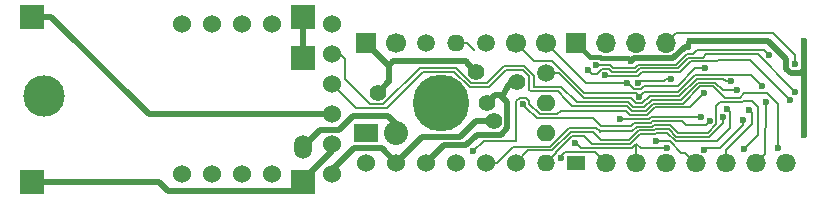
<source format=gbr>
G04 #@! TF.FileFunction,Copper,L2,Bot,Signal*
%FSLAX46Y46*%
G04 Gerber Fmt 4.6, Leading zero omitted, Abs format (unit mm)*
G04 Created by KiCad (PCBNEW 4.0.2+dfsg1-stable) date 2018年07月27日 19時18分06秒*
%MOMM*%
G01*
G04 APERTURE LIST*
%ADD10C,0.100000*%
%ADD11C,1.524000*%
%ADD12R,1.700000X1.700000*%
%ADD13O,1.700000X1.700000*%
%ADD14O,1.500000X1.400000*%
%ADD15R,2.032000X1.600000*%
%ADD16O,2.032000X2.032000*%
%ADD17O,1.600000X1.400000*%
%ADD18C,1.500000*%
%ADD19C,4.800000*%
%ADD20O,1.500000X2.000000*%
%ADD21R,2.000000X2.000000*%
%ADD22C,3.500120*%
%ADD23O,1.700000X1.500000*%
%ADD24R,1.500000X1.300000*%
%ADD25C,1.700000*%
%ADD26C,0.600000*%
%ADD27C,1.399540*%
%ADD28C,0.508000*%
%ADD29C,0.381000*%
%ADD30C,0.203200*%
%ADD31C,0.127000*%
G04 APERTURE END LIST*
D10*
D11*
X50535800Y-88534600D03*
X50535800Y-85994600D03*
X50535800Y-83454600D03*
X50535800Y-80914600D03*
X50535800Y-78374600D03*
X50535800Y-75834600D03*
X45455800Y-75834600D03*
X42915800Y-75834600D03*
X40375800Y-75834600D03*
X37835800Y-75834600D03*
X37835800Y-88534600D03*
X40375800Y-88534600D03*
X42915800Y-88534600D03*
X45455800Y-88534600D03*
D12*
X71160600Y-77434800D03*
D13*
X73700600Y-77434800D03*
X76240600Y-77434800D03*
X78780600Y-77434800D03*
D11*
X63540600Y-87554800D03*
X66080600Y-87554800D03*
X61000600Y-87554800D03*
X58460600Y-87554800D03*
X55920600Y-87554800D03*
X53380600Y-87554800D03*
D14*
X68620600Y-87554800D03*
D15*
X53380600Y-85054800D03*
D16*
X55920600Y-85054800D03*
D17*
X68620600Y-82514800D03*
X68620600Y-85054800D03*
D18*
X68620600Y-79974800D03*
D19*
X59730600Y-82514800D03*
D20*
X48053100Y-86197300D03*
D21*
X48053100Y-78697300D03*
X48053100Y-75197300D03*
X48053100Y-89197300D03*
X25053100Y-89197300D03*
X25053100Y-75197300D03*
D22*
X26075600Y-81879800D03*
D23*
X88940600Y-87594800D03*
X83860600Y-87594800D03*
X86400600Y-87594800D03*
X81320600Y-87594800D03*
X76240600Y-87594800D03*
X78780600Y-87594800D03*
X73700600Y-87594800D03*
D24*
X71160600Y-87594800D03*
D25*
X66080600Y-77434800D03*
X68620600Y-77434800D03*
D18*
X63540600Y-77434800D03*
X58460600Y-77434800D03*
D14*
X61000600Y-77434800D03*
D25*
X55920600Y-77434800D03*
D12*
X53380600Y-77434800D03*
D26*
X75836461Y-78989047D03*
X82006400Y-86451800D03*
D27*
X63614037Y-82529228D03*
X66149184Y-80765883D03*
X62706287Y-79878300D03*
D26*
X85271090Y-83967039D03*
D27*
X54371200Y-81651200D03*
D26*
X90439200Y-85207200D03*
X90435600Y-77244800D03*
X80787200Y-77231600D03*
D27*
X64180699Y-84025042D03*
D26*
X81713838Y-83717779D03*
X74894400Y-83886400D03*
X69890600Y-87163000D03*
X78883928Y-86344801D03*
X71104145Y-85862880D03*
X72856074Y-79310689D03*
X87494919Y-78432574D03*
X89684799Y-79249728D03*
X72180178Y-79738688D03*
X89685180Y-81548787D03*
X82458185Y-84044797D03*
X66650345Y-82613157D03*
X76514317Y-81981140D03*
X86927167Y-81107964D03*
X84277885Y-80687531D03*
X83906576Y-82984682D03*
X83582178Y-83715972D03*
X81982483Y-81668564D03*
X62470062Y-86556682D03*
X85384600Y-86388300D03*
D27*
X59835600Y-83244800D03*
D26*
X75484322Y-80797740D03*
X82082600Y-79560491D03*
X77907740Y-85722876D03*
X76367600Y-80795821D03*
X79212400Y-80473854D03*
X85765600Y-83086300D03*
X87226100Y-82451300D03*
X88242100Y-86324800D03*
X84779720Y-81435300D03*
X89247065Y-82218171D03*
X73636403Y-80161279D03*
D28*
X76086707Y-78738801D02*
X75836461Y-78989047D01*
X79406521Y-78738801D02*
X76086707Y-78738801D01*
D29*
X73187515Y-78620188D02*
X73242628Y-78675301D01*
X73242628Y-78675301D02*
X75522715Y-78675301D01*
X71160600Y-77434800D02*
X72345988Y-78620188D01*
X75522715Y-78675301D02*
X75536462Y-78689048D01*
X75536462Y-78689048D02*
X75836461Y-78989047D01*
X72345988Y-78620188D02*
X73187515Y-78620188D01*
D28*
X80634800Y-77790400D02*
X80354922Y-77790400D01*
X80354922Y-77790400D02*
X79406521Y-78738801D01*
D30*
X81801333Y-86319953D02*
X82006400Y-86451800D01*
X83342440Y-86319953D02*
X81801333Y-86319953D01*
X85271090Y-83967039D02*
X85271090Y-84391303D01*
X85271090Y-84391303D02*
X83342440Y-86319953D01*
D28*
X59938587Y-86076813D02*
X61840321Y-86076813D01*
X62730099Y-85187035D02*
X64802943Y-85187035D01*
X61840321Y-86076813D02*
X62730099Y-85187035D01*
X65334489Y-82464407D02*
X64862241Y-81992159D01*
X64862241Y-81992159D02*
X64699541Y-81829459D01*
X64802943Y-85187035D02*
X65334489Y-84655489D01*
X64699541Y-81829459D02*
X64313806Y-81829459D01*
X64313806Y-81829459D02*
X63614037Y-82529228D01*
X58460600Y-87554800D02*
X59938587Y-86076813D01*
X65334489Y-84655489D02*
X65334489Y-82464407D01*
X65357995Y-81042200D02*
X65634312Y-80765883D01*
X65634312Y-80765883D02*
X66149184Y-80765883D01*
X62006518Y-79178531D02*
X62706287Y-79878300D01*
X55630999Y-78994401D02*
X61822388Y-78994401D01*
X55285600Y-79339800D02*
X55630999Y-78994401D01*
X61822388Y-78994401D02*
X62006518Y-79178531D01*
X65357995Y-81042200D02*
X64862241Y-81992159D01*
X53380600Y-77434800D02*
X55285600Y-79339800D01*
X55336400Y-80686000D02*
X54371200Y-81651200D01*
X55285600Y-80736800D02*
X55336400Y-80686000D01*
X55285600Y-79339800D02*
X55285600Y-80736800D01*
X65626268Y-80773927D02*
X65357995Y-81042200D01*
X48053100Y-89197300D02*
X48053100Y-89036100D01*
X48053100Y-89036100D02*
X50523100Y-86566100D01*
X50523100Y-86566100D02*
X50523100Y-86007300D01*
X88930797Y-79611650D02*
X89327245Y-80008098D01*
X90135882Y-80008098D02*
X90439200Y-79704780D01*
X80787200Y-77231600D02*
X87375097Y-77231600D01*
X90439200Y-79704780D02*
X90439200Y-77638000D01*
X90439200Y-77638000D02*
X90439200Y-77248400D01*
X88930797Y-78787300D02*
X88930797Y-79611650D01*
X89327245Y-80008098D02*
X90135882Y-80008098D01*
X87375097Y-77231600D02*
X88930797Y-78787300D01*
X90439200Y-77638000D02*
X90439200Y-85207200D01*
X90439200Y-77248400D02*
X90435600Y-77244800D01*
D29*
X80787200Y-77231600D02*
X80787200Y-77183990D01*
X80787200Y-77183990D02*
X80634800Y-77336390D01*
X80634800Y-77336390D02*
X80634800Y-77790400D01*
D28*
X25053100Y-89197300D02*
X34584600Y-89197300D01*
X34584600Y-89197300D02*
X35831500Y-89197300D01*
X35831500Y-89197300D02*
X36616600Y-89982400D01*
X36616600Y-89982400D02*
X47268000Y-89982400D01*
X47268000Y-89982400D02*
X48053100Y-89197300D01*
X62692400Y-84025042D02*
X63191075Y-84025042D01*
X61348641Y-85368801D02*
X62692400Y-84025042D01*
X58106599Y-85368801D02*
X61348641Y-85368801D01*
X55920600Y-87554800D02*
X58106599Y-85368801D01*
X63191075Y-84025042D02*
X64180699Y-84025042D01*
X50523100Y-88547300D02*
X50523100Y-88166300D01*
X50523100Y-88166300D02*
X52364600Y-86324800D01*
X52364600Y-86324800D02*
X54690600Y-86324800D01*
X54690600Y-86324800D02*
X55920600Y-87554800D01*
D31*
X77326607Y-83852686D02*
X77461514Y-83717779D01*
X81289574Y-83717779D02*
X81713838Y-83717779D01*
X77461514Y-83717779D02*
X81289574Y-83717779D01*
X75318664Y-83886400D02*
X75352378Y-83852686D01*
X75352378Y-83852686D02*
X77326607Y-83852686D01*
X74894400Y-83886400D02*
X75318664Y-83886400D01*
X69890600Y-87163000D02*
X69890600Y-86959800D01*
X72760800Y-86655000D02*
X73700600Y-87594800D01*
X70195400Y-86655000D02*
X72760800Y-86655000D01*
X69890600Y-86959800D02*
X70195400Y-86655000D01*
X73700600Y-87594800D02*
X73700600Y-87442400D01*
X78459664Y-86344801D02*
X78883928Y-86344801D01*
X76266000Y-85966011D02*
X76644790Y-86344801D01*
X76644790Y-86344801D02*
X78459664Y-86344801D01*
X76266000Y-85966011D02*
X75892297Y-86339714D01*
X71404144Y-86162879D02*
X71104145Y-85862880D01*
X71560796Y-86319531D02*
X71404144Y-86162879D01*
X74084820Y-86319531D02*
X71560796Y-86319531D01*
X75892297Y-86339714D02*
X74105003Y-86339714D01*
X74105003Y-86339714D02*
X74084820Y-86319531D01*
X76240600Y-87594800D02*
X76240600Y-85966011D01*
X76266000Y-85969200D02*
X76266000Y-85966011D01*
X76243789Y-85969200D02*
X76266000Y-85969200D01*
X76240600Y-85966011D02*
X76243789Y-85969200D01*
X76240600Y-87594800D02*
X76240600Y-87442400D01*
D28*
X48053100Y-78697300D02*
X48053100Y-75197300D01*
D31*
X79620881Y-79256312D02*
X76435299Y-79256312D01*
X81377812Y-78022190D02*
X81060573Y-78339429D01*
X87494919Y-78432574D02*
X87084535Y-78022190D01*
X80537763Y-78339429D02*
X79620881Y-79256312D01*
X81060573Y-78339429D02*
X80537763Y-78339429D01*
X72895996Y-79270767D02*
X72856074Y-79310689D01*
X74042336Y-79270767D02*
X72895996Y-79270767D01*
X74324136Y-79552567D02*
X74042336Y-79270767D01*
X76139044Y-79552567D02*
X74324136Y-79552567D01*
X76435299Y-79256312D02*
X76139044Y-79552567D01*
X87084535Y-78022190D02*
X81377812Y-78022190D01*
X78780600Y-77434800D02*
X79630599Y-76584801D01*
X89684799Y-78825464D02*
X89684799Y-79249728D01*
X89684799Y-78420158D02*
X89684799Y-78825464D01*
X87849442Y-76584801D02*
X89684799Y-78420158D01*
X79630599Y-76584801D02*
X87849442Y-76584801D01*
X79756333Y-79583323D02*
X76570751Y-79583323D01*
X76570751Y-79583323D02*
X76274496Y-79879578D01*
X76274496Y-79879578D02*
X74188684Y-79879578D01*
X82196900Y-78387300D02*
X81917760Y-78666440D01*
X72925013Y-80038687D02*
X72480177Y-80038687D01*
X72480177Y-80038687D02*
X72180178Y-79738688D01*
X73365922Y-79597778D02*
X72925013Y-80038687D01*
X73906884Y-79597778D02*
X73365922Y-79597778D01*
X74188684Y-79879578D02*
X73906884Y-79597778D01*
X80673216Y-78666440D02*
X79756333Y-79583323D01*
X81917760Y-78666440D02*
X80673216Y-78666440D01*
X61000600Y-77434800D02*
X61937202Y-77434800D01*
X62524600Y-78022198D02*
X62550000Y-78022198D01*
X61937202Y-77434800D02*
X62524600Y-78022198D01*
D30*
X86523693Y-78387300D02*
X89385181Y-81248788D01*
X89385181Y-81248788D02*
X89685180Y-81548787D01*
X82196900Y-78387300D02*
X86523693Y-78387300D01*
D31*
X67842509Y-83805321D02*
X66950344Y-82913156D01*
X77462059Y-84179697D02*
X76104966Y-84179697D01*
X66950344Y-82913156D02*
X66650345Y-82613157D01*
X72578121Y-83805321D02*
X67842509Y-83805321D01*
X75803988Y-84480675D02*
X73253475Y-84480675D01*
X76104966Y-84179697D02*
X75803988Y-84480675D01*
X77580745Y-84061011D02*
X77462059Y-84179697D01*
X80123611Y-84061011D02*
X77580745Y-84061011D01*
X80457000Y-84394400D02*
X80123611Y-84061011D01*
X73253475Y-84480675D02*
X72578121Y-83805321D01*
X82158186Y-84344796D02*
X82458185Y-84044797D01*
X82108582Y-84394400D02*
X82158186Y-84344796D01*
X80457000Y-84394400D02*
X82108582Y-84394400D01*
X80457000Y-84394400D02*
X80457002Y-84394400D01*
X71855254Y-81686334D02*
X76219511Y-81686334D01*
X76814316Y-81681141D02*
X76514317Y-81981140D01*
X79800332Y-81551131D02*
X76944326Y-81551131D01*
X81227452Y-80124011D02*
X79800332Y-81551131D01*
X69127720Y-78958800D02*
X71855254Y-81686334D01*
X86927167Y-81107964D02*
X85943214Y-80124011D01*
X67604600Y-78958800D02*
X69127720Y-78958800D01*
X85943214Y-80124011D02*
X81227452Y-80124011D01*
X76219511Y-81686334D02*
X76514317Y-81981140D01*
X76944326Y-81551131D02*
X76814316Y-81681141D01*
X66080600Y-77434800D02*
X67604600Y-78958800D01*
X79915105Y-81898821D02*
X81362904Y-80451022D01*
X83617112Y-80451022D02*
X83853621Y-80687531D01*
X81362904Y-80451022D02*
X83617112Y-80451022D01*
X77394124Y-81898821D02*
X79915105Y-81898821D01*
X76748303Y-82544642D02*
X77394124Y-81898821D01*
X76243835Y-82544642D02*
X76748303Y-82544642D01*
X75813826Y-82114633D02*
X76243835Y-82544642D01*
X71821093Y-82114633D02*
X75813826Y-82114633D01*
X68620600Y-79974800D02*
X69681260Y-79974800D01*
X69681260Y-79974800D02*
X71821093Y-82114633D01*
X83853621Y-80687531D02*
X84277885Y-80687531D01*
D30*
X68620600Y-79974800D02*
X69382600Y-79974800D01*
D31*
X78863764Y-85042044D02*
X79578153Y-85756433D01*
X77987101Y-85042044D02*
X78863764Y-85042044D01*
X68620600Y-87554800D02*
X68670600Y-87554800D01*
X84206575Y-84643151D02*
X84206575Y-83284681D01*
X79578153Y-85756433D02*
X83093293Y-85756433D01*
X77868415Y-85160730D02*
X77987101Y-85042044D01*
X72539543Y-85992521D02*
X75751630Y-85992521D01*
X71846400Y-85299378D02*
X72539543Y-85992521D01*
X70850349Y-85299378D02*
X71846400Y-85299378D01*
X69497600Y-86727800D02*
X69497600Y-86652127D01*
X75751630Y-85992521D02*
X76583421Y-85160730D01*
X76583421Y-85160730D02*
X77868415Y-85160730D01*
X68670600Y-87554800D02*
X69497600Y-86727800D01*
X84206575Y-83284681D02*
X83906576Y-82984682D01*
X83093293Y-85756433D02*
X84206575Y-84643151D01*
X69497600Y-86652127D02*
X70850349Y-85299378D01*
X76447969Y-84833719D02*
X77732963Y-84833719D01*
X83582178Y-84217251D02*
X83582178Y-84140236D01*
X70714897Y-84972367D02*
X72617956Y-84972367D01*
X75616177Y-85665510D02*
X76447969Y-84833719D01*
X66080600Y-87554800D02*
X67107400Y-86528000D01*
X77851649Y-84715033D02*
X78999215Y-84715033D01*
X69159263Y-86528000D02*
X70714897Y-84972367D01*
X82427687Y-85371742D02*
X83582178Y-84217251D01*
X67107400Y-86528000D02*
X69159263Y-86528000D01*
X83582178Y-84140236D02*
X83582178Y-83715972D01*
X72617956Y-84972367D02*
X73311099Y-85665510D01*
X73311099Y-85665510D02*
X75616177Y-85665510D01*
X79655924Y-85371742D02*
X82427687Y-85371742D01*
X77732963Y-84833719D02*
X77851649Y-84715033D01*
X78999215Y-84715033D02*
X79655924Y-85371742D01*
X66086825Y-82361870D02*
X66086825Y-85704546D01*
X80771194Y-82879853D02*
X77836976Y-82879854D01*
X81982483Y-81668564D02*
X80771194Y-82879853D01*
X66399039Y-82049656D02*
X66086825Y-82361870D01*
X67213846Y-82577520D02*
X67213846Y-82342676D01*
X69853147Y-83207324D02*
X69582161Y-83478310D01*
X63322198Y-85704546D02*
X62470062Y-86556682D01*
X66086825Y-85704546D02*
X63322198Y-85704546D01*
X67213846Y-82342676D02*
X66920826Y-82049656D01*
X75416632Y-83207324D02*
X69853147Y-83207324D01*
X77836976Y-82879854D02*
X77191155Y-83525675D01*
X77191155Y-83525675D02*
X75734983Y-83525675D01*
X69582161Y-83478310D02*
X68114636Y-83478310D01*
X68114636Y-83478310D02*
X67213846Y-82577520D01*
X66920826Y-82049656D02*
X66399039Y-82049656D01*
X75734983Y-83525675D02*
X75416632Y-83207324D01*
X77597511Y-84506708D02*
X77716197Y-84388022D01*
X75904125Y-84915100D02*
X76312517Y-84506708D01*
X79791376Y-85044731D02*
X82292235Y-85044731D01*
X82989096Y-83741724D02*
X82989096Y-82765576D01*
X83021687Y-83774315D02*
X82989096Y-83741724D01*
X76312517Y-84506708D02*
X77597511Y-84506708D01*
X82292235Y-85044731D02*
X83021687Y-84315279D01*
X83333494Y-82421178D02*
X85189378Y-82421178D01*
X79134667Y-84388022D02*
X79791376Y-85044731D01*
X77716197Y-84388022D02*
X79134667Y-84388022D01*
X73179900Y-84915100D02*
X75904125Y-84915100D01*
X82989096Y-82765576D02*
X83333494Y-82421178D01*
X83021687Y-84315279D02*
X83021687Y-83774315D01*
X85189378Y-82421178D02*
X85206800Y-82438600D01*
X63540600Y-87554800D02*
X64495000Y-87554800D01*
X72887800Y-84623000D02*
X73179900Y-84915100D01*
X73179900Y-84915100D02*
X73192600Y-84927800D01*
X70525600Y-84623000D02*
X72887800Y-84623000D01*
X68950793Y-86197807D02*
X70525600Y-84623000D01*
X65851993Y-86197807D02*
X68950793Y-86197807D01*
X64495000Y-87554800D02*
X65851993Y-86197807D01*
D30*
X85206800Y-82438600D02*
X85321100Y-82324300D01*
X85321100Y-82324300D02*
X86019600Y-82324300D01*
X86527600Y-85245300D02*
X85384600Y-86388300D01*
X86527600Y-82832300D02*
X86527600Y-85245300D01*
X86019600Y-82324300D02*
X86527600Y-82832300D01*
D28*
X55920600Y-85054800D02*
X55920600Y-84318200D01*
X55920600Y-84318200D02*
X55209400Y-83607000D01*
X49475000Y-84775400D02*
X48053100Y-86197300D01*
X51069200Y-84775400D02*
X49475000Y-84775400D01*
X52237600Y-83607000D02*
X51069200Y-84775400D01*
X55209400Y-83607000D02*
X52237600Y-83607000D01*
D31*
X75784321Y-81097739D02*
X75484322Y-80797740D01*
X81269800Y-79560491D02*
X79763988Y-81066303D01*
X76638082Y-81359323D02*
X76045905Y-81359323D01*
X76931102Y-81066303D02*
X76638082Y-81359323D01*
X79763988Y-81066303D02*
X76931102Y-81066303D01*
X82082600Y-79560491D02*
X81269800Y-79560491D01*
X68620600Y-77434800D02*
X71983540Y-80797740D01*
X76045905Y-81359323D02*
X75784321Y-81097739D01*
X71983540Y-80797740D02*
X75060058Y-80797740D01*
X75060058Y-80797740D02*
X75484322Y-80797740D01*
X78332004Y-85722876D02*
X77907740Y-85722876D01*
X79082133Y-85722876D02*
X78332004Y-85722876D01*
X80077057Y-86717800D02*
X79082133Y-85722876D01*
X80343600Y-86717800D02*
X80077057Y-86717800D01*
X81320600Y-87594800D02*
X81220600Y-87594800D01*
X81220600Y-87594800D02*
X80343600Y-86717800D01*
X78601390Y-80660600D02*
X76502821Y-80660600D01*
X76502821Y-80660600D02*
X76367600Y-80795821D01*
X79212400Y-80473854D02*
X78788136Y-80473854D01*
X78788136Y-80473854D02*
X78601390Y-80660600D01*
X81320600Y-87594800D02*
X80634800Y-87594800D01*
X81320600Y-87594800D02*
X81320600Y-87747200D01*
D30*
X85765600Y-83086300D02*
X86065599Y-83386299D01*
X83860600Y-86515300D02*
X83860600Y-87594800D01*
X86065599Y-83386299D02*
X86065599Y-84310301D01*
X86065599Y-84310301D02*
X83860600Y-86515300D01*
X87226100Y-82451300D02*
X87162600Y-86832800D01*
X87162600Y-86832800D02*
X86400600Y-87594800D01*
X86781600Y-87213800D02*
X86400600Y-87594800D01*
D31*
X80186009Y-82552843D02*
X81633808Y-81105044D01*
X85029000Y-82057600D02*
X85415134Y-81671466D01*
X83743212Y-82057600D02*
X85029000Y-82057600D01*
X70322400Y-82235400D02*
X70855654Y-82768654D01*
X87360666Y-81671466D02*
X88242100Y-82552900D01*
X85415134Y-81671466D02*
X87360666Y-81671466D01*
X77701524Y-82552843D02*
X80186009Y-82552843D01*
X75870435Y-83198664D02*
X77055703Y-83198664D01*
X71078992Y-82768655D02*
X75440426Y-82768655D01*
X70855654Y-82768654D02*
X71078992Y-82768655D01*
X75440426Y-82768655D02*
X75870435Y-83198664D01*
X82790656Y-81105044D02*
X83743212Y-82057600D01*
X77055703Y-83198664D02*
X77701524Y-82552843D01*
X81633808Y-81105044D02*
X82790656Y-81105044D01*
X63792426Y-81166426D02*
X63796774Y-81166426D01*
X67147400Y-80254200D02*
X67147400Y-80257758D01*
X66639400Y-79746200D02*
X67147400Y-80254200D01*
X65217000Y-79746200D02*
X66639400Y-79746200D01*
X63796774Y-81166426D02*
X65217000Y-79746200D01*
X60842062Y-79847800D02*
X62162862Y-81168600D01*
X63790252Y-81168600D02*
X63792426Y-81166426D01*
X62162862Y-81168600D02*
X63790252Y-81168600D01*
X58206600Y-79847800D02*
X60842062Y-79847800D01*
X50523100Y-80927300D02*
X52537283Y-82941483D01*
X55112917Y-82941483D02*
X58206600Y-79847800D01*
X52537283Y-82941483D02*
X55112917Y-82941483D01*
X67195271Y-80305629D02*
X67195271Y-81194000D01*
X69611200Y-81524200D02*
X70322400Y-82235400D01*
X67325200Y-81524200D02*
X69611200Y-81524200D01*
X67195271Y-81394271D02*
X67325200Y-81524200D01*
X67147400Y-80257758D02*
X67195271Y-80305629D01*
X67195271Y-81194000D02*
X67195271Y-81394271D01*
X70322400Y-82235400D02*
X70373200Y-82235400D01*
X50523100Y-80927300D02*
X50523100Y-80749500D01*
D30*
X88242100Y-82552900D02*
X88242100Y-82959300D01*
X88242100Y-86324800D02*
X88242100Y-82959300D01*
D31*
X76005886Y-82871653D02*
X75575877Y-82441644D01*
X76920251Y-82871653D02*
X76005886Y-82871653D01*
X77566072Y-82225832D02*
X76920251Y-82871653D01*
X81498356Y-80778033D02*
X80050557Y-82225832D01*
X82926108Y-80778033D02*
X81498356Y-80778033D01*
X83583375Y-81435300D02*
X82926108Y-80778033D01*
X84779720Y-81435300D02*
X83583375Y-81435300D01*
X80050557Y-82225832D02*
X77566072Y-82225832D01*
X75575877Y-82441644D02*
X71214444Y-82441644D01*
X71214444Y-82441644D02*
X69908988Y-81136188D01*
X62298312Y-80841590D02*
X63601055Y-80841590D01*
X51561301Y-78765101D02*
X51561301Y-80503131D01*
X67579200Y-80201695D02*
X67579200Y-81136188D01*
X54833572Y-82614472D02*
X57928822Y-79519222D01*
X60975943Y-79519222D02*
X60977514Y-79520792D01*
X51561301Y-80503131D02*
X53672642Y-82614472D01*
X53672642Y-82614472D02*
X54833572Y-82614472D01*
X51183500Y-78387300D02*
X51561301Y-78765101D01*
X57928822Y-79519222D02*
X60975943Y-79519222D01*
X60977514Y-79520792D02*
X62298312Y-80841590D01*
X65076808Y-79365837D02*
X66743342Y-79365837D01*
X63601055Y-80841590D02*
X65076808Y-79365837D01*
X66743342Y-79365837D02*
X67579200Y-80201695D01*
D30*
X67579200Y-81136188D02*
X69908988Y-81136188D01*
D28*
X50523100Y-83467300D02*
X34978300Y-83467300D01*
X26708300Y-75197300D02*
X25053100Y-75197300D01*
X34978300Y-83467300D02*
X26708300Y-75197300D01*
D31*
X73681713Y-80206589D02*
X73636403Y-80161279D01*
D30*
X85923551Y-78894657D02*
X88947066Y-81918172D01*
X83200200Y-78894657D02*
X85923551Y-78894657D01*
X88947066Y-81918172D02*
X89247065Y-82218171D01*
D31*
X76706203Y-79910334D02*
X76409948Y-80206589D01*
X79957404Y-79910334D02*
X76706203Y-79910334D01*
X80874287Y-78993451D02*
X79957404Y-79910334D01*
X83101406Y-78993451D02*
X80874287Y-78993451D01*
X83200200Y-78894657D02*
X83101406Y-78993451D01*
X76409948Y-80206589D02*
X73681713Y-80206589D01*
X58460600Y-77434800D02*
X58689200Y-77434800D01*
M02*

</source>
